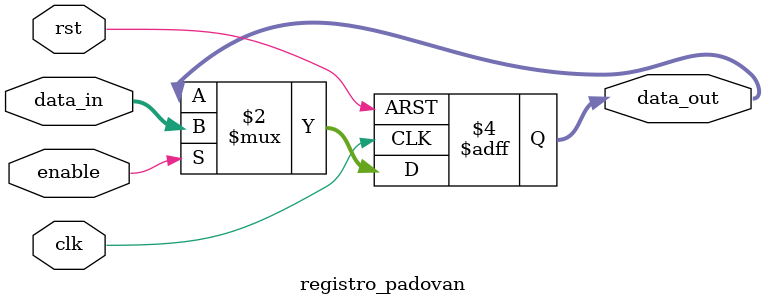
<source format=sv>
`timescale 1ns / 1ps

module registro_padovan(
    input [15:0] data_in,
    input enable,
    input clk,
    input rst,
    output reg [15:0] data_out
);

always @(posedge clk or posedge rst) begin
    if (rst)
        data_out <= 16'd1;  // Inicialización para Padovan
    else if (enable)
        data_out <= data_in;
end

endmodule

</source>
